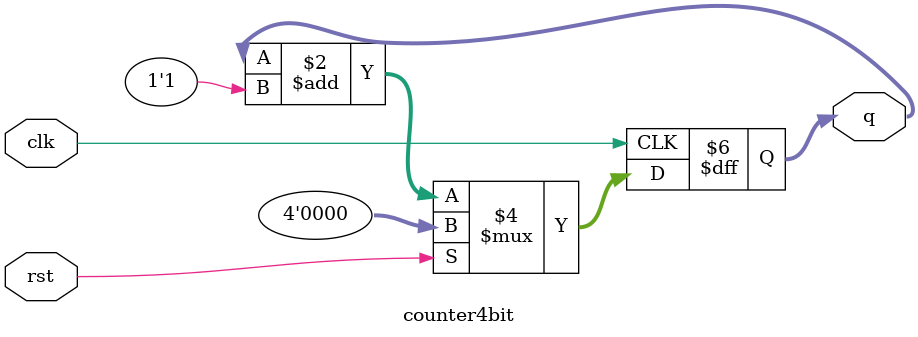
<source format=v>
module counter4bit(clk,rst,q);
input clk,rst;
output reg [3:0]q;

always@(posedge clk)
begin
if(rst)
q<=0;
else
q<=q+1'b1;

end

endmodule
</source>
